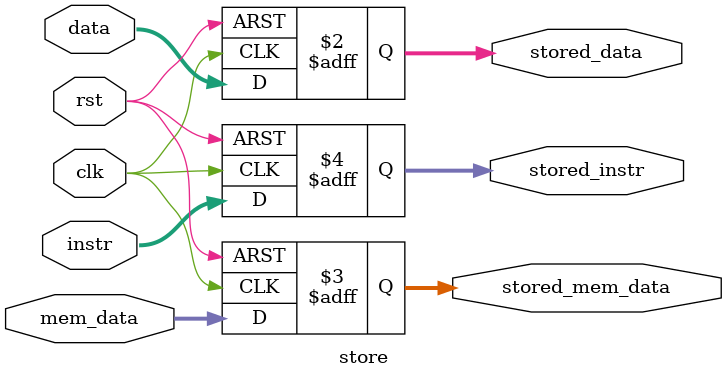
<source format=v>


//! O Registrador de Pipeline - Store. Localizado entre a saída da memória de dados e a etapa de Write Back.
//! Armazena temporariamente dados e instruções propagadas ao longo do pipeline.

module store #(
    parameter DWIDTH = 32 //! Largura dos dados, memória de dados e instruções armazenados
  )(
    input wire clk, //! Sinal de clock para operações assíncronas
    input wire rst, //! Sinal de reset para redefinir os registradores
    input wire [DWIDTH-1:0] data, //! Dados a serem armazenados
    input wire [DWIDTH-1:0] mem_data, //! Dados da memória de dados a serem armazenados
    input wire [DWIDTH-1:0] instr, //! Instrução a ser armazenada

    output reg [DWIDTH-1:0] stored_data,    //! Dados armazenados
    output reg [DWIDTH-1:0] stored_mem_data,//! Dados da memória de dados armazenados
    output reg [DWIDTH-1:0] stored_instr    //! Instrução armazenada
  );

  //! Lógica para atualização do registrador de pipeline a partir do clock
  always @(posedge clk or posedge rst)
  begin : STORE
    if (rst)
    begin
      stored_data <= 0;
      stored_mem_data <= 0;
      stored_instr <= 0;
    end
    else
    begin
      stored_data <= data;
      stored_mem_data <= mem_data;
      stored_instr <= instr;
    end
  end
endmodule

</source>
